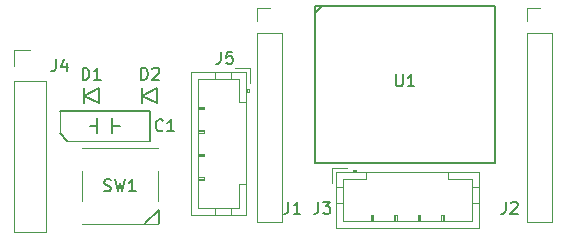
<source format=gbr>
G04 #@! TF.GenerationSoftware,KiCad,Pcbnew,(5.1.2)-1*
G04 #@! TF.CreationDate,2021-12-05T07:22:55+09:00*
G04 #@! TF.ProjectId,ESP32C3_downloader,45535033-3243-4335-9f64-6f776e6c6f61,rev?*
G04 #@! TF.SameCoordinates,Original*
G04 #@! TF.FileFunction,Legend,Top*
G04 #@! TF.FilePolarity,Positive*
%FSLAX46Y46*%
G04 Gerber Fmt 4.6, Leading zero omitted, Abs format (unit mm)*
G04 Created by KiCad (PCBNEW (5.1.2)-1) date 2021-12-05 07:22:55*
%MOMM*%
%LPD*%
G04 APERTURE LIST*
%ADD10C,0.120000*%
%ADD11C,0.150000*%
G04 APERTURE END LIST*
D10*
X50070000Y-56360000D02*
X45350000Y-56360000D01*
X45350000Y-56360000D02*
X45350000Y-68480000D01*
X45350000Y-68480000D02*
X50070000Y-68480000D01*
X50070000Y-68480000D02*
X50070000Y-56360000D01*
X50070000Y-58120000D02*
X50270000Y-58120000D01*
X50270000Y-58120000D02*
X50270000Y-57820000D01*
X50270000Y-57820000D02*
X50070000Y-57820000D01*
X50170000Y-58120000D02*
X50170000Y-57820000D01*
X50070000Y-58920000D02*
X49460000Y-58920000D01*
X49460000Y-58920000D02*
X49460000Y-56970000D01*
X49460000Y-56970000D02*
X45960000Y-56970000D01*
X45960000Y-56970000D02*
X45960000Y-67870000D01*
X45960000Y-67870000D02*
X49460000Y-67870000D01*
X49460000Y-67870000D02*
X49460000Y-65920000D01*
X49460000Y-65920000D02*
X50070000Y-65920000D01*
X48760000Y-56360000D02*
X48760000Y-56970000D01*
X47460000Y-56360000D02*
X47460000Y-56970000D01*
X48760000Y-68480000D02*
X48760000Y-67870000D01*
X47460000Y-68480000D02*
X47460000Y-67870000D01*
X45960000Y-59320000D02*
X46460000Y-59320000D01*
X46460000Y-59320000D02*
X46460000Y-59520000D01*
X46460000Y-59520000D02*
X45960000Y-59520000D01*
X45960000Y-59420000D02*
X46460000Y-59420000D01*
X45960000Y-61320000D02*
X46460000Y-61320000D01*
X46460000Y-61320000D02*
X46460000Y-61520000D01*
X46460000Y-61520000D02*
X45960000Y-61520000D01*
X45960000Y-61420000D02*
X46460000Y-61420000D01*
X45960000Y-63320000D02*
X46460000Y-63320000D01*
X46460000Y-63320000D02*
X46460000Y-63520000D01*
X46460000Y-63520000D02*
X45960000Y-63520000D01*
X45960000Y-63420000D02*
X46460000Y-63420000D01*
X45960000Y-65320000D02*
X46460000Y-65320000D01*
X46460000Y-65320000D02*
X46460000Y-65520000D01*
X46460000Y-65520000D02*
X45960000Y-65520000D01*
X45960000Y-65420000D02*
X46460000Y-65420000D01*
X50370000Y-57310000D02*
X50370000Y-56060000D01*
X50370000Y-56060000D02*
X49120000Y-56060000D01*
D11*
X36325000Y-57785000D02*
X36325000Y-59055000D01*
X36325000Y-58420000D02*
X37595000Y-57785000D01*
X37595000Y-57785000D02*
X37595000Y-59055000D01*
X37595000Y-59055000D02*
X36325000Y-58420000D01*
X42545000Y-59055000D02*
X41275000Y-58420000D01*
X42545000Y-57785000D02*
X42545000Y-59055000D01*
X41275000Y-58420000D02*
X42545000Y-57785000D01*
X41275000Y-57785000D02*
X41275000Y-59055000D01*
D10*
X51010000Y-69130000D02*
X53130000Y-69130000D01*
X51010000Y-53070000D02*
X51010000Y-69130000D01*
X53130000Y-53070000D02*
X53130000Y-69130000D01*
X51010000Y-53070000D02*
X53130000Y-53070000D01*
X51010000Y-52070000D02*
X51010000Y-51010000D01*
X51010000Y-51010000D02*
X52070000Y-51010000D01*
X73870000Y-51010000D02*
X74930000Y-51010000D01*
X73870000Y-52070000D02*
X73870000Y-51010000D01*
X73870000Y-53070000D02*
X75990000Y-53070000D01*
X75990000Y-53070000D02*
X75990000Y-69130000D01*
X73870000Y-53070000D02*
X73870000Y-69130000D01*
X73870000Y-69130000D02*
X75990000Y-69130000D01*
X57330000Y-64565000D02*
X57330000Y-65815000D01*
X58580000Y-64565000D02*
X57330000Y-64565000D01*
X66690000Y-68975000D02*
X66690000Y-68475000D01*
X66790000Y-68475000D02*
X66790000Y-68975000D01*
X66590000Y-68475000D02*
X66790000Y-68475000D01*
X66590000Y-68975000D02*
X66590000Y-68475000D01*
X64690000Y-68975000D02*
X64690000Y-68475000D01*
X64790000Y-68475000D02*
X64790000Y-68975000D01*
X64590000Y-68475000D02*
X64790000Y-68475000D01*
X64590000Y-68975000D02*
X64590000Y-68475000D01*
X62690000Y-68975000D02*
X62690000Y-68475000D01*
X62790000Y-68475000D02*
X62790000Y-68975000D01*
X62590000Y-68475000D02*
X62790000Y-68475000D01*
X62590000Y-68975000D02*
X62590000Y-68475000D01*
X60690000Y-68975000D02*
X60690000Y-68475000D01*
X60790000Y-68475000D02*
X60790000Y-68975000D01*
X60590000Y-68475000D02*
X60790000Y-68475000D01*
X60590000Y-68975000D02*
X60590000Y-68475000D01*
X69750000Y-67475000D02*
X69140000Y-67475000D01*
X69750000Y-66175000D02*
X69140000Y-66175000D01*
X57630000Y-67475000D02*
X58240000Y-67475000D01*
X57630000Y-66175000D02*
X58240000Y-66175000D01*
X67190000Y-65475000D02*
X67190000Y-64865000D01*
X69140000Y-65475000D02*
X67190000Y-65475000D01*
X69140000Y-68975000D02*
X69140000Y-65475000D01*
X58240000Y-68975000D02*
X69140000Y-68975000D01*
X58240000Y-65475000D02*
X58240000Y-68975000D01*
X60190000Y-65475000D02*
X58240000Y-65475000D01*
X60190000Y-64865000D02*
X60190000Y-65475000D01*
X59390000Y-64765000D02*
X59090000Y-64765000D01*
X59090000Y-64665000D02*
X59090000Y-64865000D01*
X59390000Y-64665000D02*
X59090000Y-64665000D01*
X59390000Y-64865000D02*
X59390000Y-64665000D01*
X69750000Y-64865000D02*
X57630000Y-64865000D01*
X69750000Y-69585000D02*
X69750000Y-64865000D01*
X57630000Y-69585000D02*
X69750000Y-69585000D01*
X57630000Y-64865000D02*
X57630000Y-69585000D01*
X30420000Y-69910000D02*
X33080000Y-69910000D01*
X30420000Y-57150000D02*
X30420000Y-69910000D01*
X33080000Y-57150000D02*
X33080000Y-69910000D01*
X30420000Y-57150000D02*
X33080000Y-57150000D01*
X30420000Y-55880000D02*
X30420000Y-54550000D01*
X30420000Y-54550000D02*
X31750000Y-54550000D01*
X36140000Y-69270000D02*
X36140000Y-69240000D01*
X36140000Y-62810000D02*
X36140000Y-62840000D01*
X42600000Y-62810000D02*
X42600000Y-62840000D01*
X42600000Y-69240000D02*
X42600000Y-69270000D01*
X36140000Y-67340000D02*
X36140000Y-64740000D01*
X42600000Y-69270000D02*
X36140000Y-69270000D01*
X42600000Y-67340000D02*
X42600000Y-64740000D01*
X42600000Y-62810000D02*
X36140000Y-62810000D01*
D11*
X42672000Y-69215000D02*
X42672000Y-68072000D01*
X42672000Y-68072000D02*
X41529000Y-69215000D01*
D10*
X41910000Y-62230000D02*
X34925000Y-62230000D01*
X34290000Y-61595000D02*
X34290000Y-59690000D01*
D11*
X41910000Y-62230000D02*
X41910000Y-59690000D01*
X41910000Y-59690000D02*
X34290000Y-59690000D01*
X34925000Y-62230000D02*
X34290000Y-61595000D01*
X37465000Y-61595000D02*
X37465000Y-60325000D01*
X38735000Y-61595000D02*
X38735000Y-60325000D01*
X37465000Y-60960000D02*
X36830000Y-60960000D01*
X38735000Y-60960000D02*
X39370000Y-60960000D01*
X71120000Y-64135000D02*
X55880000Y-64135000D01*
X71120000Y-64135000D02*
X71120000Y-50800000D01*
X71120000Y-50800000D02*
X55880000Y-50800000D01*
X55880000Y-50800000D02*
X55880000Y-64135000D01*
X55880000Y-51435000D02*
X56515000Y-50800000D01*
X47926666Y-54697380D02*
X47926666Y-55411666D01*
X47879047Y-55554523D01*
X47783809Y-55649761D01*
X47640952Y-55697380D01*
X47545714Y-55697380D01*
X48879047Y-54697380D02*
X48402857Y-54697380D01*
X48355238Y-55173571D01*
X48402857Y-55125952D01*
X48498095Y-55078333D01*
X48736190Y-55078333D01*
X48831428Y-55125952D01*
X48879047Y-55173571D01*
X48926666Y-55268809D01*
X48926666Y-55506904D01*
X48879047Y-55602142D01*
X48831428Y-55649761D01*
X48736190Y-55697380D01*
X48498095Y-55697380D01*
X48402857Y-55649761D01*
X48355238Y-55602142D01*
X36221904Y-57052380D02*
X36221904Y-56052380D01*
X36460000Y-56052380D01*
X36602857Y-56100000D01*
X36698095Y-56195238D01*
X36745714Y-56290476D01*
X36793333Y-56480952D01*
X36793333Y-56623809D01*
X36745714Y-56814285D01*
X36698095Y-56909523D01*
X36602857Y-57004761D01*
X36460000Y-57052380D01*
X36221904Y-57052380D01*
X37745714Y-57052380D02*
X37174285Y-57052380D01*
X37460000Y-57052380D02*
X37460000Y-56052380D01*
X37364761Y-56195238D01*
X37269523Y-56290476D01*
X37174285Y-56338095D01*
X41171904Y-57052380D02*
X41171904Y-56052380D01*
X41410000Y-56052380D01*
X41552857Y-56100000D01*
X41648095Y-56195238D01*
X41695714Y-56290476D01*
X41743333Y-56480952D01*
X41743333Y-56623809D01*
X41695714Y-56814285D01*
X41648095Y-56909523D01*
X41552857Y-57004761D01*
X41410000Y-57052380D01*
X41171904Y-57052380D01*
X42124285Y-56147619D02*
X42171904Y-56100000D01*
X42267142Y-56052380D01*
X42505238Y-56052380D01*
X42600476Y-56100000D01*
X42648095Y-56147619D01*
X42695714Y-56242857D01*
X42695714Y-56338095D01*
X42648095Y-56480952D01*
X42076666Y-57052380D01*
X42695714Y-57052380D01*
X53641666Y-67397380D02*
X53641666Y-68111666D01*
X53594047Y-68254523D01*
X53498809Y-68349761D01*
X53355952Y-68397380D01*
X53260714Y-68397380D01*
X54641666Y-68397380D02*
X54070238Y-68397380D01*
X54355952Y-68397380D02*
X54355952Y-67397380D01*
X54260714Y-67540238D01*
X54165476Y-67635476D01*
X54070238Y-67683095D01*
X72056666Y-67397380D02*
X72056666Y-68111666D01*
X72009047Y-68254523D01*
X71913809Y-68349761D01*
X71770952Y-68397380D01*
X71675714Y-68397380D01*
X72485238Y-67492619D02*
X72532857Y-67445000D01*
X72628095Y-67397380D01*
X72866190Y-67397380D01*
X72961428Y-67445000D01*
X73009047Y-67492619D01*
X73056666Y-67587857D01*
X73056666Y-67683095D01*
X73009047Y-67825952D01*
X72437619Y-68397380D01*
X73056666Y-68397380D01*
X56181666Y-67397380D02*
X56181666Y-68111666D01*
X56134047Y-68254523D01*
X56038809Y-68349761D01*
X55895952Y-68397380D01*
X55800714Y-68397380D01*
X56562619Y-67397380D02*
X57181666Y-67397380D01*
X56848333Y-67778333D01*
X56991190Y-67778333D01*
X57086428Y-67825952D01*
X57134047Y-67873571D01*
X57181666Y-67968809D01*
X57181666Y-68206904D01*
X57134047Y-68302142D01*
X57086428Y-68349761D01*
X56991190Y-68397380D01*
X56705476Y-68397380D01*
X56610238Y-68349761D01*
X56562619Y-68302142D01*
X33956666Y-55332380D02*
X33956666Y-56046666D01*
X33909047Y-56189523D01*
X33813809Y-56284761D01*
X33670952Y-56332380D01*
X33575714Y-56332380D01*
X34861428Y-55665714D02*
X34861428Y-56332380D01*
X34623333Y-55284761D02*
X34385238Y-55999047D01*
X35004285Y-55999047D01*
X38036666Y-66444761D02*
X38179523Y-66492380D01*
X38417619Y-66492380D01*
X38512857Y-66444761D01*
X38560476Y-66397142D01*
X38608095Y-66301904D01*
X38608095Y-66206666D01*
X38560476Y-66111428D01*
X38512857Y-66063809D01*
X38417619Y-66016190D01*
X38227142Y-65968571D01*
X38131904Y-65920952D01*
X38084285Y-65873333D01*
X38036666Y-65778095D01*
X38036666Y-65682857D01*
X38084285Y-65587619D01*
X38131904Y-65540000D01*
X38227142Y-65492380D01*
X38465238Y-65492380D01*
X38608095Y-65540000D01*
X38941428Y-65492380D02*
X39179523Y-66492380D01*
X39370000Y-65778095D01*
X39560476Y-66492380D01*
X39798571Y-65492380D01*
X40703333Y-66492380D02*
X40131904Y-66492380D01*
X40417619Y-66492380D02*
X40417619Y-65492380D01*
X40322380Y-65635238D01*
X40227142Y-65730476D01*
X40131904Y-65778095D01*
X43013333Y-61317142D02*
X42965714Y-61364761D01*
X42822857Y-61412380D01*
X42727619Y-61412380D01*
X42584761Y-61364761D01*
X42489523Y-61269523D01*
X42441904Y-61174285D01*
X42394285Y-60983809D01*
X42394285Y-60840952D01*
X42441904Y-60650476D01*
X42489523Y-60555238D01*
X42584761Y-60460000D01*
X42727619Y-60412380D01*
X42822857Y-60412380D01*
X42965714Y-60460000D01*
X43013333Y-60507619D01*
X43965714Y-61412380D02*
X43394285Y-61412380D01*
X43680000Y-61412380D02*
X43680000Y-60412380D01*
X43584761Y-60555238D01*
X43489523Y-60650476D01*
X43394285Y-60698095D01*
X62738095Y-56602380D02*
X62738095Y-57411904D01*
X62785714Y-57507142D01*
X62833333Y-57554761D01*
X62928571Y-57602380D01*
X63119047Y-57602380D01*
X63214285Y-57554761D01*
X63261904Y-57507142D01*
X63309523Y-57411904D01*
X63309523Y-56602380D01*
X64309523Y-57602380D02*
X63738095Y-57602380D01*
X64023809Y-57602380D02*
X64023809Y-56602380D01*
X63928571Y-56745238D01*
X63833333Y-56840476D01*
X63738095Y-56888095D01*
M02*

</source>
